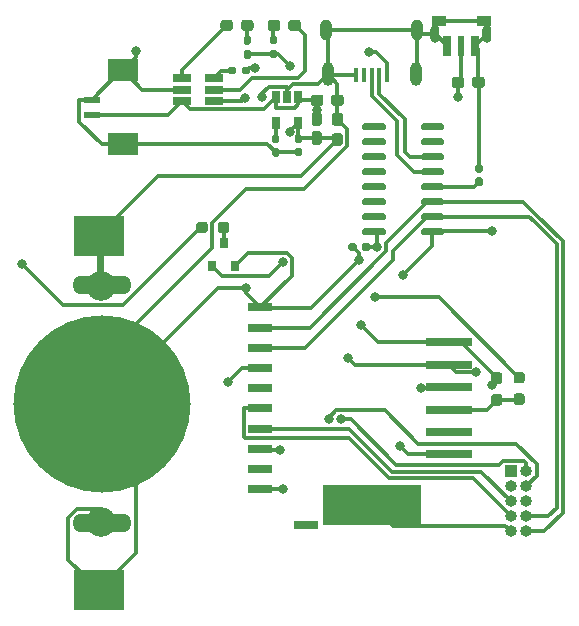
<source format=gbr>
G04 #@! TF.GenerationSoftware,KiCad,Pcbnew,(5.1.10-1-10_14)*
G04 #@! TF.CreationDate,2021-06-27T23:26:48+08:00*
G04 #@! TF.ProjectId,mops-out,6d6f7073-2d6f-4757-942e-6b696361645f,rev?*
G04 #@! TF.SameCoordinates,Original*
G04 #@! TF.FileFunction,Copper,L1,Top*
G04 #@! TF.FilePolarity,Positive*
%FSLAX46Y46*%
G04 Gerber Fmt 4.6, Leading zero omitted, Abs format (unit mm)*
G04 Created by KiCad (PCBNEW (5.1.10-1-10_14)) date 2021-06-27 23:26:48*
%MOMM*%
%LPD*%
G01*
G04 APERTURE LIST*
G04 #@! TA.AperFunction,ComponentPad*
%ADD10R,1.000000X1.000000*%
G04 #@! TD*
G04 #@! TA.AperFunction,ComponentPad*
%ADD11O,1.000000X1.000000*%
G04 #@! TD*
G04 #@! TA.AperFunction,SMDPad,CuDef*
%ADD12R,4.199992X3.499993*%
G04 #@! TD*
G04 #@! TA.AperFunction,ComponentPad*
%ADD13C,2.499995*%
G04 #@! TD*
G04 #@! TA.AperFunction,ComponentPad*
%ADD14O,4.999990X1.599997*%
G04 #@! TD*
G04 #@! TA.AperFunction,SMDPad,CuDef*
%ADD15C,14.999995*%
G04 #@! TD*
G04 #@! TA.AperFunction,ComponentPad*
%ADD16O,1.000000X1.800000*%
G04 #@! TD*
G04 #@! TA.AperFunction,ComponentPad*
%ADD17O,1.000000X2.000000*%
G04 #@! TD*
G04 #@! TA.AperFunction,SMDPad,CuDef*
%ADD18R,0.450000X1.300000*%
G04 #@! TD*
G04 #@! TA.AperFunction,SMDPad,CuDef*
%ADD19R,0.800000X0.900000*%
G04 #@! TD*
G04 #@! TA.AperFunction,SMDPad,CuDef*
%ADD20R,2.599995X1.899996*%
G04 #@! TD*
G04 #@! TA.AperFunction,SMDPad,CuDef*
%ADD21R,1.399997X0.599999*%
G04 #@! TD*
G04 #@! TA.AperFunction,SMDPad,CuDef*
%ADD22R,0.650000X1.060000*%
G04 #@! TD*
G04 #@! TA.AperFunction,SMDPad,CuDef*
%ADD23R,1.560000X0.650000*%
G04 #@! TD*
G04 #@! TA.AperFunction,SMDPad,CuDef*
%ADD24R,8.400034X3.499866*%
G04 #@! TD*
G04 #@! TA.AperFunction,SMDPad,CuDef*
%ADD25R,1.999996X0.800100*%
G04 #@! TD*
G04 #@! TA.AperFunction,SMDPad,CuDef*
%ADD26R,3.999992X0.800100*%
G04 #@! TD*
G04 #@! TA.AperFunction,ComponentPad*
%ADD27O,0.762000X1.524000*%
G04 #@! TD*
G04 #@! TA.AperFunction,SMDPad,CuDef*
%ADD28R,1.299997X0.899998*%
G04 #@! TD*
G04 #@! TA.AperFunction,SMDPad,CuDef*
%ADD29R,0.750011X1.799996*%
G04 #@! TD*
G04 #@! TA.AperFunction,SMDPad,CuDef*
%ADD30R,0.599948X1.799996*%
G04 #@! TD*
G04 #@! TA.AperFunction,ViaPad*
%ADD31C,0.800000*%
G04 #@! TD*
G04 #@! TA.AperFunction,Conductor*
%ADD32C,0.350000*%
G04 #@! TD*
G04 APERTURE END LIST*
G04 #@! TA.AperFunction,SMDPad,CuDef*
G36*
G01*
X143523380Y-65227060D02*
X143523380Y-65527060D01*
G75*
G02*
X143373380Y-65677060I-150000J0D01*
G01*
X141723380Y-65677060D01*
G75*
G02*
X141573380Y-65527060I0J150000D01*
G01*
X141573380Y-65227060D01*
G75*
G02*
X141723380Y-65077060I150000J0D01*
G01*
X143373380Y-65077060D01*
G75*
G02*
X143523380Y-65227060I0J-150000D01*
G01*
G37*
G04 #@! TD.AperFunction*
G04 #@! TA.AperFunction,SMDPad,CuDef*
G36*
G01*
X143523380Y-63957060D02*
X143523380Y-64257060D01*
G75*
G02*
X143373380Y-64407060I-150000J0D01*
G01*
X141723380Y-64407060D01*
G75*
G02*
X141573380Y-64257060I0J150000D01*
G01*
X141573380Y-63957060D01*
G75*
G02*
X141723380Y-63807060I150000J0D01*
G01*
X143373380Y-63807060D01*
G75*
G02*
X143523380Y-63957060I0J-150000D01*
G01*
G37*
G04 #@! TD.AperFunction*
G04 #@! TA.AperFunction,SMDPad,CuDef*
G36*
G01*
X143523380Y-62687060D02*
X143523380Y-62987060D01*
G75*
G02*
X143373380Y-63137060I-150000J0D01*
G01*
X141723380Y-63137060D01*
G75*
G02*
X141573380Y-62987060I0J150000D01*
G01*
X141573380Y-62687060D01*
G75*
G02*
X141723380Y-62537060I150000J0D01*
G01*
X143373380Y-62537060D01*
G75*
G02*
X143523380Y-62687060I0J-150000D01*
G01*
G37*
G04 #@! TD.AperFunction*
G04 #@! TA.AperFunction,SMDPad,CuDef*
G36*
G01*
X143523380Y-61417060D02*
X143523380Y-61717060D01*
G75*
G02*
X143373380Y-61867060I-150000J0D01*
G01*
X141723380Y-61867060D01*
G75*
G02*
X141573380Y-61717060I0J150000D01*
G01*
X141573380Y-61417060D01*
G75*
G02*
X141723380Y-61267060I150000J0D01*
G01*
X143373380Y-61267060D01*
G75*
G02*
X143523380Y-61417060I0J-150000D01*
G01*
G37*
G04 #@! TD.AperFunction*
G04 #@! TA.AperFunction,SMDPad,CuDef*
G36*
G01*
X143523380Y-60147060D02*
X143523380Y-60447060D01*
G75*
G02*
X143373380Y-60597060I-150000J0D01*
G01*
X141723380Y-60597060D01*
G75*
G02*
X141573380Y-60447060I0J150000D01*
G01*
X141573380Y-60147060D01*
G75*
G02*
X141723380Y-59997060I150000J0D01*
G01*
X143373380Y-59997060D01*
G75*
G02*
X143523380Y-60147060I0J-150000D01*
G01*
G37*
G04 #@! TD.AperFunction*
G04 #@! TA.AperFunction,SMDPad,CuDef*
G36*
G01*
X143523380Y-58877060D02*
X143523380Y-59177060D01*
G75*
G02*
X143373380Y-59327060I-150000J0D01*
G01*
X141723380Y-59327060D01*
G75*
G02*
X141573380Y-59177060I0J150000D01*
G01*
X141573380Y-58877060D01*
G75*
G02*
X141723380Y-58727060I150000J0D01*
G01*
X143373380Y-58727060D01*
G75*
G02*
X143523380Y-58877060I0J-150000D01*
G01*
G37*
G04 #@! TD.AperFunction*
G04 #@! TA.AperFunction,SMDPad,CuDef*
G36*
G01*
X143523380Y-57607060D02*
X143523380Y-57907060D01*
G75*
G02*
X143373380Y-58057060I-150000J0D01*
G01*
X141723380Y-58057060D01*
G75*
G02*
X141573380Y-57907060I0J150000D01*
G01*
X141573380Y-57607060D01*
G75*
G02*
X141723380Y-57457060I150000J0D01*
G01*
X143373380Y-57457060D01*
G75*
G02*
X143523380Y-57607060I0J-150000D01*
G01*
G37*
G04 #@! TD.AperFunction*
G04 #@! TA.AperFunction,SMDPad,CuDef*
G36*
G01*
X143523380Y-56337060D02*
X143523380Y-56637060D01*
G75*
G02*
X143373380Y-56787060I-150000J0D01*
G01*
X141723380Y-56787060D01*
G75*
G02*
X141573380Y-56637060I0J150000D01*
G01*
X141573380Y-56337060D01*
G75*
G02*
X141723380Y-56187060I150000J0D01*
G01*
X143373380Y-56187060D01*
G75*
G02*
X143523380Y-56337060I0J-150000D01*
G01*
G37*
G04 #@! TD.AperFunction*
G04 #@! TA.AperFunction,SMDPad,CuDef*
G36*
G01*
X138573380Y-56337060D02*
X138573380Y-56637060D01*
G75*
G02*
X138423380Y-56787060I-150000J0D01*
G01*
X136773380Y-56787060D01*
G75*
G02*
X136623380Y-56637060I0J150000D01*
G01*
X136623380Y-56337060D01*
G75*
G02*
X136773380Y-56187060I150000J0D01*
G01*
X138423380Y-56187060D01*
G75*
G02*
X138573380Y-56337060I0J-150000D01*
G01*
G37*
G04 #@! TD.AperFunction*
G04 #@! TA.AperFunction,SMDPad,CuDef*
G36*
G01*
X138573380Y-57607060D02*
X138573380Y-57907060D01*
G75*
G02*
X138423380Y-58057060I-150000J0D01*
G01*
X136773380Y-58057060D01*
G75*
G02*
X136623380Y-57907060I0J150000D01*
G01*
X136623380Y-57607060D01*
G75*
G02*
X136773380Y-57457060I150000J0D01*
G01*
X138423380Y-57457060D01*
G75*
G02*
X138573380Y-57607060I0J-150000D01*
G01*
G37*
G04 #@! TD.AperFunction*
G04 #@! TA.AperFunction,SMDPad,CuDef*
G36*
G01*
X138573380Y-58877060D02*
X138573380Y-59177060D01*
G75*
G02*
X138423380Y-59327060I-150000J0D01*
G01*
X136773380Y-59327060D01*
G75*
G02*
X136623380Y-59177060I0J150000D01*
G01*
X136623380Y-58877060D01*
G75*
G02*
X136773380Y-58727060I150000J0D01*
G01*
X138423380Y-58727060D01*
G75*
G02*
X138573380Y-58877060I0J-150000D01*
G01*
G37*
G04 #@! TD.AperFunction*
G04 #@! TA.AperFunction,SMDPad,CuDef*
G36*
G01*
X138573380Y-60147060D02*
X138573380Y-60447060D01*
G75*
G02*
X138423380Y-60597060I-150000J0D01*
G01*
X136773380Y-60597060D01*
G75*
G02*
X136623380Y-60447060I0J150000D01*
G01*
X136623380Y-60147060D01*
G75*
G02*
X136773380Y-59997060I150000J0D01*
G01*
X138423380Y-59997060D01*
G75*
G02*
X138573380Y-60147060I0J-150000D01*
G01*
G37*
G04 #@! TD.AperFunction*
G04 #@! TA.AperFunction,SMDPad,CuDef*
G36*
G01*
X138573380Y-61417060D02*
X138573380Y-61717060D01*
G75*
G02*
X138423380Y-61867060I-150000J0D01*
G01*
X136773380Y-61867060D01*
G75*
G02*
X136623380Y-61717060I0J150000D01*
G01*
X136623380Y-61417060D01*
G75*
G02*
X136773380Y-61267060I150000J0D01*
G01*
X138423380Y-61267060D01*
G75*
G02*
X138573380Y-61417060I0J-150000D01*
G01*
G37*
G04 #@! TD.AperFunction*
G04 #@! TA.AperFunction,SMDPad,CuDef*
G36*
G01*
X138573380Y-62687060D02*
X138573380Y-62987060D01*
G75*
G02*
X138423380Y-63137060I-150000J0D01*
G01*
X136773380Y-63137060D01*
G75*
G02*
X136623380Y-62987060I0J150000D01*
G01*
X136623380Y-62687060D01*
G75*
G02*
X136773380Y-62537060I150000J0D01*
G01*
X138423380Y-62537060D01*
G75*
G02*
X138573380Y-62687060I0J-150000D01*
G01*
G37*
G04 #@! TD.AperFunction*
G04 #@! TA.AperFunction,SMDPad,CuDef*
G36*
G01*
X138573380Y-63957060D02*
X138573380Y-64257060D01*
G75*
G02*
X138423380Y-64407060I-150000J0D01*
G01*
X136773380Y-64407060D01*
G75*
G02*
X136623380Y-64257060I0J150000D01*
G01*
X136623380Y-63957060D01*
G75*
G02*
X136773380Y-63807060I150000J0D01*
G01*
X138423380Y-63807060D01*
G75*
G02*
X138573380Y-63957060I0J-150000D01*
G01*
G37*
G04 #@! TD.AperFunction*
G04 #@! TA.AperFunction,SMDPad,CuDef*
G36*
G01*
X138573380Y-65227060D02*
X138573380Y-65527060D01*
G75*
G02*
X138423380Y-65677060I-150000J0D01*
G01*
X136773380Y-65677060D01*
G75*
G02*
X136623380Y-65527060I0J150000D01*
G01*
X136623380Y-65227060D01*
G75*
G02*
X136773380Y-65077060I150000J0D01*
G01*
X138423380Y-65077060D01*
G75*
G02*
X138573380Y-65227060I0J-150000D01*
G01*
G37*
G04 #@! TD.AperFunction*
D10*
X149214840Y-85664040D03*
D11*
X150484840Y-85664040D03*
X150484840Y-86934040D03*
X149214840Y-86934040D03*
X150484840Y-88204040D03*
X149214840Y-88204040D03*
X150484840Y-89474040D03*
X149214840Y-89474040D03*
X150484840Y-90744040D03*
X149214840Y-90744040D03*
G04 #@! TA.AperFunction,SMDPad,CuDef*
G36*
G01*
X146652040Y-61501300D02*
X146342040Y-61501300D01*
G75*
G02*
X146187040Y-61346300I0J155000D01*
G01*
X146187040Y-60921300D01*
G75*
G02*
X146342040Y-60766300I155000J0D01*
G01*
X146652040Y-60766300D01*
G75*
G02*
X146807040Y-60921300I0J-155000D01*
G01*
X146807040Y-61346300D01*
G75*
G02*
X146652040Y-61501300I-155000J0D01*
G01*
G37*
G04 #@! TD.AperFunction*
G04 #@! TA.AperFunction,SMDPad,CuDef*
G36*
G01*
X146652040Y-60366300D02*
X146342040Y-60366300D01*
G75*
G02*
X146187040Y-60211300I0J155000D01*
G01*
X146187040Y-59786300D01*
G75*
G02*
X146342040Y-59631300I155000J0D01*
G01*
X146652040Y-59631300D01*
G75*
G02*
X146807040Y-59786300I0J-155000D01*
G01*
X146807040Y-60211300D01*
G75*
G02*
X146652040Y-60366300I-155000J0D01*
G01*
G37*
G04 #@! TD.AperFunction*
G04 #@! TA.AperFunction,SMDPad,CuDef*
G36*
G01*
X137287280Y-66502220D02*
X137287280Y-66812220D01*
G75*
G02*
X137132280Y-66967220I-155000J0D01*
G01*
X136707280Y-66967220D01*
G75*
G02*
X136552280Y-66812220I0J155000D01*
G01*
X136552280Y-66502220D01*
G75*
G02*
X136707280Y-66347220I155000J0D01*
G01*
X137132280Y-66347220D01*
G75*
G02*
X137287280Y-66502220I0J-155000D01*
G01*
G37*
G04 #@! TD.AperFunction*
G04 #@! TA.AperFunction,SMDPad,CuDef*
G36*
G01*
X136152280Y-66502220D02*
X136152280Y-66812220D01*
G75*
G02*
X135997280Y-66967220I-155000J0D01*
G01*
X135572280Y-66967220D01*
G75*
G02*
X135417280Y-66812220I0J155000D01*
G01*
X135417280Y-66502220D01*
G75*
G02*
X135572280Y-66347220I155000J0D01*
G01*
X135997280Y-66347220D01*
G75*
G02*
X136152280Y-66502220I0J-155000D01*
G01*
G37*
G04 #@! TD.AperFunction*
G04 #@! TA.AperFunction,SMDPad,CuDef*
G36*
G01*
X132945280Y-56421680D02*
X132520280Y-56421680D01*
G75*
G02*
X132307780Y-56209180I0J212500D01*
G01*
X132307780Y-55409180D01*
G75*
G02*
X132520280Y-55196680I212500J0D01*
G01*
X132945280Y-55196680D01*
G75*
G02*
X133157780Y-55409180I0J-212500D01*
G01*
X133157780Y-56209180D01*
G75*
G02*
X132945280Y-56421680I-212500J0D01*
G01*
G37*
G04 #@! TD.AperFunction*
G04 #@! TA.AperFunction,SMDPad,CuDef*
G36*
G01*
X132945280Y-58046680D02*
X132520280Y-58046680D01*
G75*
G02*
X132307780Y-57834180I0J212500D01*
G01*
X132307780Y-57034180D01*
G75*
G02*
X132520280Y-56821680I212500J0D01*
G01*
X132945280Y-56821680D01*
G75*
G02*
X133157780Y-57034180I0J-212500D01*
G01*
X133157780Y-57834180D01*
G75*
G02*
X132945280Y-58046680I-212500J0D01*
G01*
G37*
G04 #@! TD.AperFunction*
D12*
X114330480Y-65756282D03*
X114330480Y-95731838D03*
D13*
X114523520Y-89933780D03*
X114523520Y-69933820D03*
D14*
X114599720Y-90055700D03*
X114599720Y-69832164D03*
D15*
X114599720Y-79943932D03*
D16*
X133525000Y-48250000D03*
X141275000Y-48250000D03*
D17*
X133675000Y-52050000D03*
X141125000Y-52050000D03*
D18*
X136100000Y-52100000D03*
X136750000Y-52100000D03*
X137400000Y-52100000D03*
X138050000Y-52100000D03*
X138700000Y-52100000D03*
G04 #@! TA.AperFunction,SMDPad,CuDef*
G36*
G01*
X124385000Y-65237500D02*
X124385000Y-64762500D01*
G75*
G02*
X124622500Y-64525000I237500J0D01*
G01*
X125122500Y-64525000D01*
G75*
G02*
X125360000Y-64762500I0J-237500D01*
G01*
X125360000Y-65237500D01*
G75*
G02*
X125122500Y-65475000I-237500J0D01*
G01*
X124622500Y-65475000D01*
G75*
G02*
X124385000Y-65237500I0J237500D01*
G01*
G37*
G04 #@! TD.AperFunction*
G04 #@! TA.AperFunction,SMDPad,CuDef*
G36*
G01*
X122560000Y-65237500D02*
X122560000Y-64762500D01*
G75*
G02*
X122797500Y-64525000I237500J0D01*
G01*
X123297500Y-64525000D01*
G75*
G02*
X123535000Y-64762500I0J-237500D01*
G01*
X123535000Y-65237500D01*
G75*
G02*
X123297500Y-65475000I-237500J0D01*
G01*
X122797500Y-65475000D01*
G75*
G02*
X122560000Y-65237500I0J237500D01*
G01*
G37*
G04 #@! TD.AperFunction*
G04 #@! TA.AperFunction,SMDPad,CuDef*
G36*
G01*
X149647900Y-79053240D02*
X150122900Y-79053240D01*
G75*
G02*
X150360400Y-79290740I0J-237500D01*
G01*
X150360400Y-79790740D01*
G75*
G02*
X150122900Y-80028240I-237500J0D01*
G01*
X149647900Y-80028240D01*
G75*
G02*
X149410400Y-79790740I0J237500D01*
G01*
X149410400Y-79290740D01*
G75*
G02*
X149647900Y-79053240I237500J0D01*
G01*
G37*
G04 #@! TD.AperFunction*
G04 #@! TA.AperFunction,SMDPad,CuDef*
G36*
G01*
X149647900Y-77228240D02*
X150122900Y-77228240D01*
G75*
G02*
X150360400Y-77465740I0J-237500D01*
G01*
X150360400Y-77965740D01*
G75*
G02*
X150122900Y-78203240I-237500J0D01*
G01*
X149647900Y-78203240D01*
G75*
G02*
X149410400Y-77965740I0J237500D01*
G01*
X149410400Y-77465740D01*
G75*
G02*
X149647900Y-77228240I237500J0D01*
G01*
G37*
G04 #@! TD.AperFunction*
G04 #@! TA.AperFunction,SMDPad,CuDef*
G36*
G01*
X147762500Y-79105000D02*
X148237500Y-79105000D01*
G75*
G02*
X148475000Y-79342500I0J-237500D01*
G01*
X148475000Y-79842500D01*
G75*
G02*
X148237500Y-80080000I-237500J0D01*
G01*
X147762500Y-80080000D01*
G75*
G02*
X147525000Y-79842500I0J237500D01*
G01*
X147525000Y-79342500D01*
G75*
G02*
X147762500Y-79105000I237500J0D01*
G01*
G37*
G04 #@! TD.AperFunction*
G04 #@! TA.AperFunction,SMDPad,CuDef*
G36*
G01*
X147762500Y-77280000D02*
X148237500Y-77280000D01*
G75*
G02*
X148475000Y-77517500I0J-237500D01*
G01*
X148475000Y-78017500D01*
G75*
G02*
X148237500Y-78255000I-237500J0D01*
G01*
X147762500Y-78255000D01*
G75*
G02*
X147525000Y-78017500I0J237500D01*
G01*
X147525000Y-77517500D01*
G75*
G02*
X147762500Y-77280000I237500J0D01*
G01*
G37*
G04 #@! TD.AperFunction*
G04 #@! TA.AperFunction,SMDPad,CuDef*
G36*
G01*
X129245340Y-49498280D02*
X128925340Y-49498280D01*
G75*
G02*
X128765340Y-49338280I0J160000D01*
G01*
X128765340Y-48943280D01*
G75*
G02*
X128925340Y-48783280I160000J0D01*
G01*
X129245340Y-48783280D01*
G75*
G02*
X129405340Y-48943280I0J-160000D01*
G01*
X129405340Y-49338280D01*
G75*
G02*
X129245340Y-49498280I-160000J0D01*
G01*
G37*
G04 #@! TD.AperFunction*
G04 #@! TA.AperFunction,SMDPad,CuDef*
G36*
G01*
X129245340Y-50693280D02*
X128925340Y-50693280D01*
G75*
G02*
X128765340Y-50533280I0J160000D01*
G01*
X128765340Y-50138280D01*
G75*
G02*
X128925340Y-49978280I160000J0D01*
G01*
X129245340Y-49978280D01*
G75*
G02*
X129405340Y-50138280I0J-160000D01*
G01*
X129405340Y-50533280D01*
G75*
G02*
X129245340Y-50693280I-160000J0D01*
G01*
G37*
G04 #@! TD.AperFunction*
G04 #@! TA.AperFunction,SMDPad,CuDef*
G36*
G01*
X125919260Y-51569640D02*
X125919260Y-51889640D01*
G75*
G02*
X125759260Y-52049640I-160000J0D01*
G01*
X125364260Y-52049640D01*
G75*
G02*
X125204260Y-51889640I0J160000D01*
G01*
X125204260Y-51569640D01*
G75*
G02*
X125364260Y-51409640I160000J0D01*
G01*
X125759260Y-51409640D01*
G75*
G02*
X125919260Y-51569640I0J-160000D01*
G01*
G37*
G04 #@! TD.AperFunction*
G04 #@! TA.AperFunction,SMDPad,CuDef*
G36*
G01*
X127114260Y-51569640D02*
X127114260Y-51889640D01*
G75*
G02*
X126954260Y-52049640I-160000J0D01*
G01*
X126559260Y-52049640D01*
G75*
G02*
X126399260Y-51889640I0J160000D01*
G01*
X126399260Y-51569640D01*
G75*
G02*
X126559260Y-51409640I160000J0D01*
G01*
X126954260Y-51409640D01*
G75*
G02*
X127114260Y-51569640I0J-160000D01*
G01*
G37*
G04 #@! TD.AperFunction*
G04 #@! TA.AperFunction,SMDPad,CuDef*
G36*
G01*
X126723160Y-50001140D02*
X127043160Y-50001140D01*
G75*
G02*
X127203160Y-50161140I0J-160000D01*
G01*
X127203160Y-50556140D01*
G75*
G02*
X127043160Y-50716140I-160000J0D01*
G01*
X126723160Y-50716140D01*
G75*
G02*
X126563160Y-50556140I0J160000D01*
G01*
X126563160Y-50161140D01*
G75*
G02*
X126723160Y-50001140I160000J0D01*
G01*
G37*
G04 #@! TD.AperFunction*
G04 #@! TA.AperFunction,SMDPad,CuDef*
G36*
G01*
X126723160Y-48806140D02*
X127043160Y-48806140D01*
G75*
G02*
X127203160Y-48966140I0J-160000D01*
G01*
X127203160Y-49361140D01*
G75*
G02*
X127043160Y-49521140I-160000J0D01*
G01*
X126723160Y-49521140D01*
G75*
G02*
X126563160Y-49361140I0J160000D01*
G01*
X126563160Y-48966140D01*
G75*
G02*
X126723160Y-48806140I160000J0D01*
G01*
G37*
G04 #@! TD.AperFunction*
D19*
X124858780Y-66287140D03*
X125808780Y-68287140D03*
X123908780Y-68287140D03*
G04 #@! TA.AperFunction,SMDPad,CuDef*
G36*
G01*
X129650000Y-47662500D02*
X129650000Y-48137500D01*
G75*
G02*
X129412500Y-48375000I-237500J0D01*
G01*
X128837500Y-48375000D01*
G75*
G02*
X128600000Y-48137500I0J237500D01*
G01*
X128600000Y-47662500D01*
G75*
G02*
X128837500Y-47425000I237500J0D01*
G01*
X129412500Y-47425000D01*
G75*
G02*
X129650000Y-47662500I0J-237500D01*
G01*
G37*
G04 #@! TD.AperFunction*
G04 #@! TA.AperFunction,SMDPad,CuDef*
G36*
G01*
X131400000Y-47662500D02*
X131400000Y-48137500D01*
G75*
G02*
X131162500Y-48375000I-237500J0D01*
G01*
X130587500Y-48375000D01*
G75*
G02*
X130350000Y-48137500I0J237500D01*
G01*
X130350000Y-47662500D01*
G75*
G02*
X130587500Y-47425000I237500J0D01*
G01*
X131162500Y-47425000D01*
G75*
G02*
X131400000Y-47662500I0J-237500D01*
G01*
G37*
G04 #@! TD.AperFunction*
G04 #@! TA.AperFunction,SMDPad,CuDef*
G36*
G01*
X126350000Y-48137500D02*
X126350000Y-47662500D01*
G75*
G02*
X126587500Y-47425000I237500J0D01*
G01*
X127162500Y-47425000D01*
G75*
G02*
X127400000Y-47662500I0J-237500D01*
G01*
X127400000Y-48137500D01*
G75*
G02*
X127162500Y-48375000I-237500J0D01*
G01*
X126587500Y-48375000D01*
G75*
G02*
X126350000Y-48137500I0J237500D01*
G01*
G37*
G04 #@! TD.AperFunction*
G04 #@! TA.AperFunction,SMDPad,CuDef*
G36*
G01*
X124600000Y-48137500D02*
X124600000Y-47662500D01*
G75*
G02*
X124837500Y-47425000I237500J0D01*
G01*
X125412500Y-47425000D01*
G75*
G02*
X125650000Y-47662500I0J-237500D01*
G01*
X125650000Y-48137500D01*
G75*
G02*
X125412500Y-48375000I-237500J0D01*
G01*
X124837500Y-48375000D01*
G75*
G02*
X124600000Y-48137500I0J237500D01*
G01*
G37*
G04 #@! TD.AperFunction*
G04 #@! TA.AperFunction,SMDPad,CuDef*
G36*
G01*
X145897480Y-52950120D02*
X145897480Y-52475120D01*
G75*
G02*
X146134980Y-52237620I237500J0D01*
G01*
X146734980Y-52237620D01*
G75*
G02*
X146972480Y-52475120I0J-237500D01*
G01*
X146972480Y-52950120D01*
G75*
G02*
X146734980Y-53187620I-237500J0D01*
G01*
X146134980Y-53187620D01*
G75*
G02*
X145897480Y-52950120I0J237500D01*
G01*
G37*
G04 #@! TD.AperFunction*
G04 #@! TA.AperFunction,SMDPad,CuDef*
G36*
G01*
X144172480Y-52950120D02*
X144172480Y-52475120D01*
G75*
G02*
X144409980Y-52237620I237500J0D01*
G01*
X145009980Y-52237620D01*
G75*
G02*
X145247480Y-52475120I0J-237500D01*
G01*
X145247480Y-52950120D01*
G75*
G02*
X145009980Y-53187620I-237500J0D01*
G01*
X144409980Y-53187620D01*
G75*
G02*
X144172480Y-52950120I0J237500D01*
G01*
G37*
G04 #@! TD.AperFunction*
G04 #@! TA.AperFunction,SMDPad,CuDef*
G36*
G01*
X133962020Y-54474120D02*
X133962020Y-53999120D01*
G75*
G02*
X134199520Y-53761620I237500J0D01*
G01*
X134799520Y-53761620D01*
G75*
G02*
X135037020Y-53999120I0J-237500D01*
G01*
X135037020Y-54474120D01*
G75*
G02*
X134799520Y-54711620I-237500J0D01*
G01*
X134199520Y-54711620D01*
G75*
G02*
X133962020Y-54474120I0J237500D01*
G01*
G37*
G04 #@! TD.AperFunction*
G04 #@! TA.AperFunction,SMDPad,CuDef*
G36*
G01*
X132237020Y-54474120D02*
X132237020Y-53999120D01*
G75*
G02*
X132474520Y-53761620I237500J0D01*
G01*
X133074520Y-53761620D01*
G75*
G02*
X133312020Y-53999120I0J-237500D01*
G01*
X133312020Y-54474120D01*
G75*
G02*
X133074520Y-54711620I-237500J0D01*
G01*
X132474520Y-54711620D01*
G75*
G02*
X132237020Y-54474120I0J237500D01*
G01*
G37*
G04 #@! TD.AperFunction*
G04 #@! TA.AperFunction,SMDPad,CuDef*
G36*
G01*
X129120840Y-58282180D02*
X129430840Y-58282180D01*
G75*
G02*
X129585840Y-58437180I0J-155000D01*
G01*
X129585840Y-58862180D01*
G75*
G02*
X129430840Y-59017180I-155000J0D01*
G01*
X129120840Y-59017180D01*
G75*
G02*
X128965840Y-58862180I0J155000D01*
G01*
X128965840Y-58437180D01*
G75*
G02*
X129120840Y-58282180I155000J0D01*
G01*
G37*
G04 #@! TD.AperFunction*
G04 #@! TA.AperFunction,SMDPad,CuDef*
G36*
G01*
X129120840Y-57147180D02*
X129430840Y-57147180D01*
G75*
G02*
X129585840Y-57302180I0J-155000D01*
G01*
X129585840Y-57727180D01*
G75*
G02*
X129430840Y-57882180I-155000J0D01*
G01*
X129120840Y-57882180D01*
G75*
G02*
X128965840Y-57727180I0J155000D01*
G01*
X128965840Y-57302180D01*
G75*
G02*
X129120840Y-57147180I155000J0D01*
G01*
G37*
G04 #@! TD.AperFunction*
G04 #@! TA.AperFunction,SMDPad,CuDef*
G36*
G01*
X134738120Y-56380500D02*
X134263120Y-56380500D01*
G75*
G02*
X134025620Y-56143000I0J237500D01*
G01*
X134025620Y-55543000D01*
G75*
G02*
X134263120Y-55305500I237500J0D01*
G01*
X134738120Y-55305500D01*
G75*
G02*
X134975620Y-55543000I0J-237500D01*
G01*
X134975620Y-56143000D01*
G75*
G02*
X134738120Y-56380500I-237500J0D01*
G01*
G37*
G04 #@! TD.AperFunction*
G04 #@! TA.AperFunction,SMDPad,CuDef*
G36*
G01*
X134738120Y-58105500D02*
X134263120Y-58105500D01*
G75*
G02*
X134025620Y-57868000I0J237500D01*
G01*
X134025620Y-57268000D01*
G75*
G02*
X134263120Y-57030500I237500J0D01*
G01*
X134738120Y-57030500D01*
G75*
G02*
X134975620Y-57268000I0J-237500D01*
G01*
X134975620Y-57868000D01*
G75*
G02*
X134738120Y-58105500I-237500J0D01*
G01*
G37*
G04 #@! TD.AperFunction*
G04 #@! TA.AperFunction,SMDPad,CuDef*
G36*
G01*
X131033460Y-58241540D02*
X131343460Y-58241540D01*
G75*
G02*
X131498460Y-58396540I0J-155000D01*
G01*
X131498460Y-58821540D01*
G75*
G02*
X131343460Y-58976540I-155000J0D01*
G01*
X131033460Y-58976540D01*
G75*
G02*
X130878460Y-58821540I0J155000D01*
G01*
X130878460Y-58396540D01*
G75*
G02*
X131033460Y-58241540I155000J0D01*
G01*
G37*
G04 #@! TD.AperFunction*
G04 #@! TA.AperFunction,SMDPad,CuDef*
G36*
G01*
X131033460Y-57106540D02*
X131343460Y-57106540D01*
G75*
G02*
X131498460Y-57261540I0J-155000D01*
G01*
X131498460Y-57686540D01*
G75*
G02*
X131343460Y-57841540I-155000J0D01*
G01*
X131033460Y-57841540D01*
G75*
G02*
X130878460Y-57686540I0J155000D01*
G01*
X130878460Y-57261540D01*
G75*
G02*
X131033460Y-57106540I155000J0D01*
G01*
G37*
G04 #@! TD.AperFunction*
D20*
X116318735Y-57944911D03*
X116318735Y-51694987D03*
D21*
X113701265Y-54195109D03*
X113701265Y-55445043D03*
D22*
X131193580Y-56179900D03*
X129293580Y-56179900D03*
X129293580Y-53979900D03*
X130243580Y-53979900D03*
X131193580Y-53979900D03*
D23*
X124019300Y-53334920D03*
X124019300Y-52384920D03*
X124019300Y-54284920D03*
X121319300Y-54284920D03*
X121319300Y-53334920D03*
X121319300Y-52384920D03*
D24*
X137400050Y-88465110D03*
D25*
X131800112Y-90214916D03*
D26*
X143949948Y-84215182D03*
X143949948Y-82315008D03*
X143949948Y-80415088D03*
X143949948Y-78515168D03*
X143949948Y-76614994D03*
X143949948Y-74715074D03*
D25*
X127949980Y-71775024D03*
X127949980Y-73484952D03*
X127949980Y-75195134D03*
X127949980Y-76905062D03*
X127949980Y-78614990D03*
X127949980Y-80325172D03*
X127949980Y-82035100D03*
X127949980Y-83745028D03*
X127949980Y-85454956D03*
X127949980Y-87165138D03*
D27*
X142800106Y-48600000D03*
X147199894Y-48600000D03*
D28*
X143096270Y-47559108D03*
X146903730Y-47559362D03*
D29*
X143784356Y-49640638D03*
D30*
X144985268Y-49640638D03*
D29*
X146186180Y-49640638D03*
D31*
X146232880Y-77236320D03*
X135399780Y-76022200D03*
X147601940Y-65272920D03*
X140073380Y-69057520D03*
X136309100Y-67769740D03*
X126756160Y-70167500D03*
X128084580Y-53944520D03*
X127556260Y-51460400D03*
X117480080Y-50050700D03*
X130470278Y-51334038D03*
X130507740Y-56941720D03*
X147561300Y-78338680D03*
X136489440Y-73228200D03*
X133790177Y-81260100D03*
X129651760Y-83878420D03*
X134790180Y-81260100D03*
X129857500Y-87177880D03*
X139760960Y-83484720D03*
X144711420Y-53952140D03*
X141577060Y-78557120D03*
X129857500Y-67965320D03*
X125211840Y-78125320D03*
X137149840Y-50177700D03*
X126697740Y-54010560D03*
X137878820Y-66644520D03*
X137690860Y-70899020D03*
X132732780Y-55051960D03*
X107817920Y-68077080D03*
D32*
X139537440Y-58892440D02*
X140942060Y-60297060D01*
X139537440Y-56019700D02*
X139537440Y-58892440D01*
X137400000Y-53882260D02*
X139537440Y-56019700D01*
X140942060Y-60297060D02*
X142548380Y-60297060D01*
X137400000Y-52100000D02*
X137400000Y-53882260D01*
X138050000Y-53671200D02*
X138050000Y-52100000D01*
X140185140Y-55806340D02*
X138050000Y-53671200D01*
X140185140Y-58577480D02*
X140185140Y-55806340D01*
X140634720Y-59027060D02*
X140185140Y-58577480D01*
X142548380Y-59027060D02*
X140634720Y-59027060D01*
X143784356Y-49584250D02*
X142800106Y-48600000D01*
X143784356Y-49640638D02*
X143784356Y-49584250D01*
X142800106Y-47855272D02*
X143096270Y-47559108D01*
X142800106Y-48600000D02*
X142800106Y-47855272D01*
X141625000Y-48600000D02*
X141275000Y-48250000D01*
X142800106Y-48600000D02*
X141625000Y-48600000D01*
X141275000Y-51900000D02*
X141125000Y-52050000D01*
X141275000Y-48250000D02*
X141275000Y-51900000D01*
X147199894Y-47855526D02*
X146903730Y-47559362D01*
X147199894Y-48600000D02*
X147199894Y-47855526D01*
X146186180Y-49613714D02*
X147199894Y-48600000D01*
X146186180Y-49640638D02*
X146186180Y-49613714D01*
X143096524Y-47559362D02*
X143096270Y-47559108D01*
X146903730Y-47559362D02*
X143096524Y-47559362D01*
X146434980Y-49889438D02*
X146186180Y-49640638D01*
X146434980Y-52712620D02*
X146434980Y-49889438D01*
X133525000Y-48250000D02*
X141275000Y-48250000D01*
X133675000Y-48400000D02*
X133525000Y-48250000D01*
X133675000Y-52050000D02*
X133675000Y-48400000D01*
X133725000Y-52100000D02*
X133675000Y-52050000D01*
X136100000Y-52100000D02*
X133725000Y-52100000D01*
X117958668Y-53334920D02*
X116318735Y-51694987D01*
X121319300Y-53334920D02*
X117958668Y-53334920D01*
X116201387Y-51694987D02*
X113701265Y-54195109D01*
X116318735Y-51694987D02*
X116201387Y-51694987D01*
X134500620Y-54237720D02*
X134499520Y-54236620D01*
X134500620Y-55843000D02*
X134500620Y-54237720D01*
X134499520Y-52874520D02*
X133675000Y-52050000D01*
X134499520Y-54236620D02*
X134499520Y-52874520D01*
X130751688Y-52891790D02*
X132833210Y-52891790D01*
X132833210Y-52891790D02*
X133675000Y-52050000D01*
X130243580Y-53399898D02*
X130751688Y-52891790D01*
X130243580Y-53979900D02*
X130243580Y-53399898D01*
X131188460Y-58609040D02*
X129316480Y-58609040D01*
X117474724Y-92587594D02*
X114330480Y-95731838D01*
X117474724Y-82818936D02*
X117474724Y-92587594D01*
X114599720Y-79943932D02*
X117474724Y-82818936D01*
X112413020Y-88880692D02*
X114523520Y-88880692D01*
X111724716Y-89568996D02*
X112413020Y-88880692D01*
X111724716Y-93126074D02*
X111724716Y-89568996D01*
X114330480Y-95731838D02*
X111724716Y-93126074D01*
X146497040Y-52774680D02*
X146434980Y-52712620D01*
X146497040Y-59998800D02*
X146497040Y-52774680D01*
X139178981Y-90244041D02*
X137400050Y-88465110D01*
X148714841Y-90244041D02*
X139178981Y-90244041D01*
X149214840Y-90744040D02*
X148714841Y-90244041D01*
X144571274Y-77236320D02*
X146232880Y-77236320D01*
X143949948Y-76614994D02*
X144571274Y-77236320D01*
X135992574Y-76614994D02*
X135399780Y-76022200D01*
X143949948Y-76614994D02*
X135992574Y-76614994D01*
X142548380Y-65377060D02*
X142882620Y-65377060D01*
X142986760Y-65272920D02*
X147601940Y-65272920D01*
X142882620Y-65377060D02*
X142986760Y-65272920D01*
X142548380Y-66582520D02*
X140073380Y-69057520D01*
X142548380Y-65377060D02*
X142548380Y-66582520D01*
X136309100Y-67181540D02*
X135784780Y-66657220D01*
X136309100Y-67769740D02*
X136309100Y-67181540D01*
X136309100Y-67769740D02*
X132273040Y-71805800D01*
X127980756Y-71805800D02*
X127949980Y-71775024D01*
X132273040Y-71805800D02*
X127980756Y-71805800D01*
X126756160Y-70581204D02*
X127949980Y-71775024D01*
X126756160Y-70167500D02*
X126756160Y-70581204D01*
X130632501Y-67593319D02*
X130632501Y-69092503D01*
X130229501Y-67190319D02*
X130632501Y-67593319D01*
X130632501Y-69092503D02*
X127949980Y-71775024D01*
X126905601Y-67190319D02*
X130229501Y-67190319D01*
X125808780Y-68287140D02*
X126905601Y-67190319D01*
X124376152Y-70167500D02*
X126756160Y-70167500D01*
X114599720Y-79943932D02*
X124376152Y-70167500D01*
X131704622Y-61767720D02*
X128905000Y-61767720D01*
X135350630Y-58121712D02*
X131704622Y-61767720D01*
X135350630Y-56693010D02*
X135350630Y-58121712D01*
X134500620Y-55843000D02*
X135350630Y-56693010D01*
X129275840Y-58649680D02*
X129316480Y-58609040D01*
X128571071Y-57944911D02*
X129275840Y-58649680D01*
X116318735Y-57944911D02*
X128571071Y-57944911D01*
X123910010Y-66760908D02*
X114599720Y-76071198D01*
X114599720Y-76071198D02*
X114599720Y-79943932D01*
X123910010Y-64608768D02*
X123910010Y-66760908D01*
X126751058Y-61767720D02*
X123910010Y-64608768D01*
X128905000Y-61767720D02*
X126751058Y-61767720D01*
X112651267Y-54195109D02*
X113701265Y-54195109D01*
X112626266Y-56045044D02*
X112626266Y-54220110D01*
X112626266Y-54220110D02*
X112651267Y-54195109D01*
X114526133Y-57944911D02*
X112626266Y-56045044D01*
X116318735Y-57944911D02*
X114526133Y-57944911D01*
X128668579Y-53074899D02*
X128084580Y-53658898D01*
X130218579Y-53074899D02*
X128668579Y-53074899D01*
X130243580Y-53099900D02*
X130218579Y-53074899D01*
X128084580Y-53658898D02*
X128084580Y-53944520D01*
X130243580Y-53979900D02*
X130243580Y-53099900D01*
X127026000Y-51460400D02*
X126756760Y-51729640D01*
X127556260Y-51460400D02*
X127026000Y-51460400D01*
X117480080Y-50533642D02*
X116318735Y-51694987D01*
X117480080Y-50050700D02*
X117480080Y-50533642D01*
X132185390Y-73484952D02*
X127949980Y-73484952D01*
X138653821Y-66284141D02*
X138653821Y-67016521D01*
X138653821Y-67016521D02*
X132185390Y-73484952D01*
X142100902Y-62837060D02*
X138653821Y-66284141D01*
X142548380Y-62837060D02*
X142100902Y-62837060D01*
X151330660Y-63916560D02*
X150251160Y-62837060D01*
X151350980Y-63916560D02*
X151330660Y-63916560D01*
X150484840Y-90744040D02*
X152030270Y-90744040D01*
X153599990Y-66165570D02*
X151350980Y-63916560D01*
X153599990Y-89174320D02*
X153599990Y-66165570D01*
X150251160Y-62837060D02*
X142548380Y-62837060D01*
X152030270Y-90744040D02*
X153599990Y-89174320D01*
X145957391Y-86216591D02*
X138908298Y-86216591D01*
X149214840Y-89474040D02*
X145957391Y-86216591D01*
X126649981Y-82810151D02*
X126574981Y-82735151D01*
X138908298Y-86216591D02*
X135501859Y-82810151D01*
X135501859Y-82810151D02*
X126649981Y-82810151D01*
X126574981Y-82735151D02*
X126574981Y-80350173D01*
X126574981Y-80350173D02*
X126599982Y-80325172D01*
X126599982Y-80325172D02*
X127949980Y-80325172D01*
X139203831Y-67726261D02*
X131734958Y-75195134D01*
X139203831Y-67004131D02*
X139203831Y-67726261D01*
X142100902Y-64107060D02*
X139203831Y-67004131D01*
X131734958Y-75195134D02*
X127949980Y-75195134D01*
X142548380Y-64107060D02*
X142100902Y-64107060D01*
X150743329Y-64107060D02*
X142548380Y-64107060D01*
X151102839Y-64466570D02*
X150743329Y-64107060D01*
X151123160Y-64466570D02*
X151102839Y-64466570D01*
X153049980Y-66393390D02*
X151123160Y-64466570D01*
X153049980Y-88778340D02*
X153049980Y-66393390D01*
X152354280Y-89474040D02*
X153049980Y-88778340D01*
X150484840Y-89474040D02*
X152354280Y-89474040D01*
X135504640Y-82035100D02*
X127949980Y-82035100D01*
X139136120Y-85666580D02*
X135504640Y-82035100D01*
X149214840Y-88204040D02*
X146677380Y-85666580D01*
X146677380Y-85666580D02*
X139136120Y-85666580D01*
X126906020Y-50335780D02*
X126883160Y-50358640D01*
X129085340Y-50335780D02*
X126906020Y-50335780D01*
X131228320Y-57434180D02*
X131188460Y-57474040D01*
X132732780Y-57434180D02*
X131228320Y-57434180D01*
X131188460Y-56185020D02*
X131193580Y-56179900D01*
X131188460Y-57474040D02*
X131188460Y-56185020D01*
X134366800Y-57434180D02*
X134500620Y-57568000D01*
X132732780Y-57434180D02*
X134366800Y-57434180D01*
X114330480Y-65756282D02*
X114330480Y-65656460D01*
X114330480Y-65656460D02*
X119319040Y-60667900D01*
X131400720Y-60667900D02*
X134500620Y-57568000D01*
X119319040Y-60667900D02*
X131400720Y-60667900D01*
X114330480Y-69740780D02*
X114523520Y-69933820D01*
X114330480Y-65756282D02*
X114330480Y-69740780D01*
X148000000Y-77767500D02*
X148000000Y-77712020D01*
X145003054Y-74715074D02*
X143949948Y-74715074D01*
X148000000Y-77712020D02*
X145003054Y-74715074D01*
X129472020Y-50335780D02*
X130470278Y-51334038D01*
X129085340Y-50335780D02*
X129472020Y-50335780D01*
X130507740Y-56865740D02*
X131193580Y-56179900D01*
X130507740Y-56941720D02*
X130507740Y-56865740D01*
X114599720Y-66025522D02*
X114330480Y-65756282D01*
X114599720Y-69832164D02*
X114599720Y-66025522D01*
X147561300Y-78206200D02*
X148000000Y-77767500D01*
X147561300Y-78338680D02*
X147561300Y-78206200D01*
X137976314Y-74715074D02*
X136489440Y-73228200D01*
X143949948Y-74715074D02*
X137976314Y-74715074D01*
X128083372Y-83878420D02*
X127949980Y-83745028D01*
X129651760Y-83878420D02*
X128083372Y-83878420D01*
X134418179Y-80485099D02*
X133790177Y-81113101D01*
X133790177Y-81113101D02*
X133790177Y-81260100D01*
X149599957Y-83294220D02*
X141338300Y-83294220D01*
X151359841Y-85054104D02*
X149599957Y-83294220D01*
X138529179Y-80485099D02*
X134418179Y-80485099D01*
X141338300Y-83294220D02*
X138529179Y-80485099D01*
X151359841Y-86059039D02*
X151359841Y-85054104D01*
X150484840Y-86934040D02*
X151359841Y-86059039D01*
X127962722Y-87177880D02*
X127949980Y-87165138D01*
X129857500Y-87177880D02*
X127962722Y-87177880D01*
X139497970Y-85116570D02*
X135641500Y-81260100D01*
X135641500Y-81260100D02*
X134790180Y-81260100D01*
X148159570Y-85116570D02*
X139497970Y-85116570D01*
X148487101Y-84789039D02*
X148159570Y-85116570D01*
X150484840Y-84956934D02*
X150316945Y-84789039D01*
X150316945Y-84789039D02*
X148487101Y-84789039D01*
X150484840Y-85664040D02*
X150484840Y-84956934D01*
X144985268Y-52437332D02*
X144709980Y-52712620D01*
X144985268Y-49640638D02*
X144985268Y-52437332D01*
X143949948Y-84215182D02*
X142596658Y-84215182D01*
X140491422Y-84215182D02*
X139760960Y-83484720D01*
X142596658Y-84215182D02*
X140491422Y-84215182D01*
X144711420Y-52714060D02*
X144709980Y-52712620D01*
X144711420Y-53952140D02*
X144711420Y-52714060D01*
X147177412Y-80415088D02*
X148000000Y-79592500D01*
X143949948Y-80415088D02*
X147177412Y-80415088D01*
X149833640Y-79592500D02*
X149885400Y-79540740D01*
X148000000Y-79592500D02*
X149833640Y-79592500D01*
X143907996Y-78557120D02*
X143949948Y-78515168D01*
X141577060Y-78557120D02*
X143907996Y-78557120D01*
X123908780Y-68287140D02*
X124743879Y-69122239D01*
X124743879Y-69122239D02*
X128700581Y-69122239D01*
X128700581Y-69122239D02*
X129857500Y-67965320D01*
X126432098Y-76905062D02*
X125211840Y-78125320D01*
X127949980Y-76905062D02*
X126432098Y-76905062D01*
X138700000Y-51100000D02*
X137777700Y-50177700D01*
X137777700Y-50177700D02*
X137149840Y-50177700D01*
X138700000Y-52100000D02*
X138700000Y-51100000D01*
X126423380Y-54284920D02*
X124019300Y-54284920D01*
X126697740Y-54010560D02*
X126423380Y-54284920D01*
X137878820Y-65657500D02*
X137598380Y-65377060D01*
X137878820Y-66644520D02*
X137878820Y-65657500D01*
X137866120Y-66657220D02*
X137878820Y-66644520D01*
X136919780Y-66657220D02*
X137866120Y-66657220D01*
X120159177Y-55445043D02*
X121319300Y-54284920D01*
X113701265Y-55445043D02*
X120159177Y-55445043D01*
X132732780Y-54278360D02*
X132774520Y-54236620D01*
X131450300Y-54236620D02*
X131193580Y-53979900D01*
X132774520Y-54236620D02*
X131450300Y-54236620D01*
X130868581Y-54884901D02*
X129318581Y-54884901D01*
X129293580Y-54859900D02*
X129293580Y-53979900D01*
X129318581Y-54884901D02*
X129293580Y-54859900D01*
X131193580Y-54559902D02*
X130868581Y-54884901D01*
X131193580Y-53979900D02*
X131193580Y-54559902D01*
X128288559Y-54984921D02*
X122019301Y-54984921D01*
X122019301Y-54984921D02*
X121319300Y-54284920D01*
X129293580Y-53979900D02*
X128288559Y-54984921D01*
X149885400Y-77715740D02*
X143068680Y-70899020D01*
X143068680Y-70899020D02*
X137690860Y-70899020D01*
X132732780Y-55051960D02*
X132732780Y-54278360D01*
X132732780Y-55809180D02*
X132732780Y-55051960D01*
X129275840Y-56197640D02*
X129293580Y-56179900D01*
X129275840Y-57514680D02*
X129275840Y-56197640D01*
X126883160Y-47908160D02*
X126875000Y-47900000D01*
X126883160Y-49163640D02*
X126883160Y-47908160D01*
X121319300Y-51705700D02*
X125125000Y-47900000D01*
X121319300Y-52384920D02*
X121319300Y-51705700D01*
X129085340Y-47939660D02*
X129125000Y-47900000D01*
X129085340Y-49140780D02*
X129085340Y-47939660D01*
X131714240Y-48739240D02*
X130875000Y-47900000D01*
X127258740Y-52341780D02*
X131142740Y-52341780D01*
X131714240Y-51770280D02*
X131714240Y-48739240D01*
X124019300Y-53334920D02*
X126265600Y-53334920D01*
X126265600Y-53334920D02*
X127258740Y-52341780D01*
X131142740Y-52341780D02*
X131714240Y-51770280D01*
X123047500Y-65000000D02*
X123047500Y-64899800D01*
X116388482Y-71558818D02*
X111299658Y-71558818D01*
X123047500Y-64899800D02*
X116388482Y-71558818D01*
X111299658Y-71558818D02*
X107817920Y-68077080D01*
X124858780Y-65013720D02*
X124872500Y-65000000D01*
X124858780Y-66287140D02*
X124858780Y-65013720D01*
X124674580Y-51729640D02*
X124019300Y-52384920D01*
X125561760Y-51729640D02*
X124674580Y-51729640D01*
X142577780Y-61596460D02*
X142548380Y-61567060D01*
X146063780Y-61567060D02*
X146497040Y-61133800D01*
X142548380Y-61567060D02*
X146063780Y-61567060D01*
M02*

</source>
